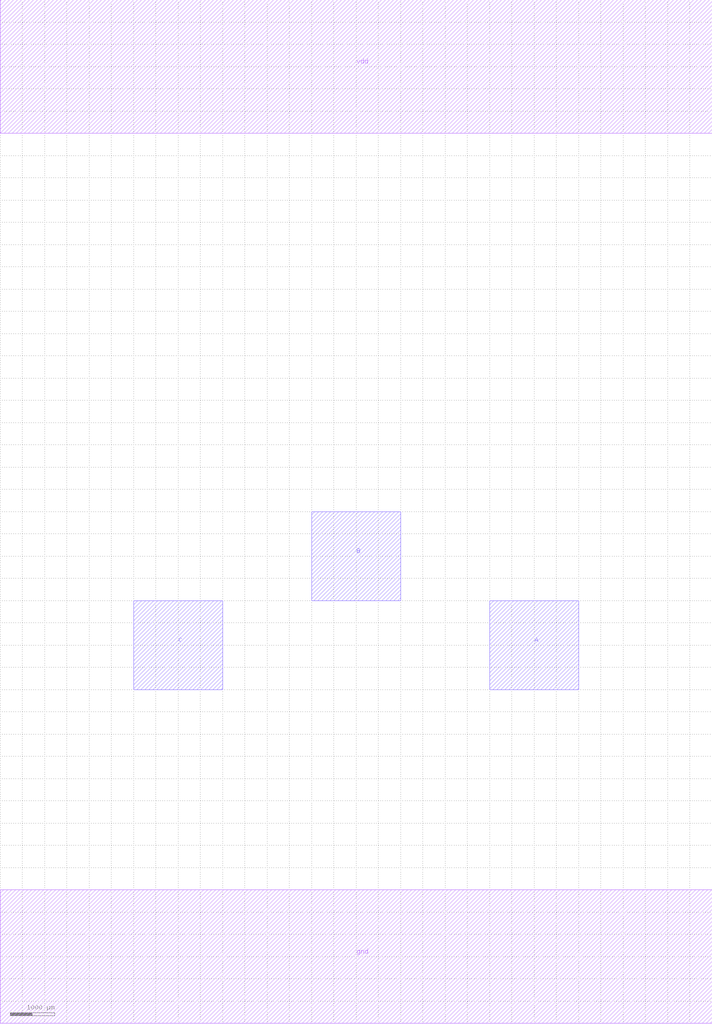
<source format=lef>
MACRO NAND3
 CLASS CORE ;
 ORIGIN 0 0 ;
 FOREIGN NAND3 0 0 ;
 SITE CORE ;
 SYMMETRY X Y R90 ;
  PIN vdd
   DIRECTION INOUT ;
   USE SIGNAL ;
   SHAPE ABUTMENT ;
    PORT
     CLASS CORE ;
       LAYER metal1 ;
        RECT 0.00000000 18500.00000000 16000.00000000 21500.00000000 ;
    END
  END vdd

  PIN gnd
   DIRECTION INOUT ;
   USE SIGNAL ;
   SHAPE ABUTMENT ;
    PORT
     CLASS CORE ;
       LAYER metal1 ;
        RECT 0.00000000 -1500.00000000 16000.00000000 1500.00000000 ;
    END
  END gnd

  PIN C
   DIRECTION INOUT ;
   USE SIGNAL ;
   SHAPE ABUTMENT ;
    PORT
     CLASS CORE ;
       LAYER metal2 ;
        RECT 3000.00000000 6000.00000000 5000.00000000 8000.00000000 ;
    END
  END C

  PIN B
   DIRECTION INOUT ;
   USE SIGNAL ;
   SHAPE ABUTMENT ;
    PORT
     CLASS CORE ;
       LAYER metal2 ;
        RECT 7000.00000000 8000.00000000 9000.00000000 10000.00000000 ;
    END
  END B

  PIN A
   DIRECTION INOUT ;
   USE SIGNAL ;
   SHAPE ABUTMENT ;
    PORT
     CLASS CORE ;
       LAYER metal2 ;
        RECT 11000.00000000 6000.00000000 13000.00000000 8000.00000000 ;
    END
  END A


END NAND3

</source>
